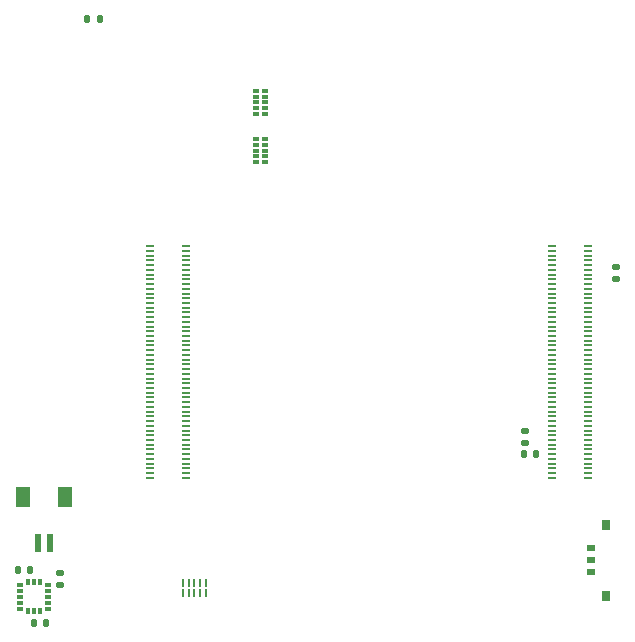
<source format=gbr>
%TF.GenerationSoftware,KiCad,Pcbnew,9.0.0*%
%TF.CreationDate,2025-06-30T18:18:02+02:00*%
%TF.ProjectId,CM5_MINIMA_3,434d355f-4d49-44e4-994d-415f332e6b69,2*%
%TF.SameCoordinates,Original*%
%TF.FileFunction,Paste,Bot*%
%TF.FilePolarity,Positive*%
%FSLAX46Y46*%
G04 Gerber Fmt 4.6, Leading zero omitted, Abs format (unit mm)*
G04 Created by KiCad (PCBNEW 9.0.0) date 2025-06-30 18:18:02*
%MOMM*%
%LPD*%
G01*
G04 APERTURE LIST*
G04 Aperture macros list*
%AMRoundRect*
0 Rectangle with rounded corners*
0 $1 Rounding radius*
0 $2 $3 $4 $5 $6 $7 $8 $9 X,Y pos of 4 corners*
0 Add a 4 corners polygon primitive as box body*
4,1,4,$2,$3,$4,$5,$6,$7,$8,$9,$2,$3,0*
0 Add four circle primitives for the rounded corners*
1,1,$1+$1,$2,$3*
1,1,$1+$1,$4,$5*
1,1,$1+$1,$6,$7*
1,1,$1+$1,$8,$9*
0 Add four rect primitives between the rounded corners*
20,1,$1+$1,$2,$3,$4,$5,0*
20,1,$1+$1,$4,$5,$6,$7,0*
20,1,$1+$1,$6,$7,$8,$9,0*
20,1,$1+$1,$8,$9,$2,$3,0*%
G04 Aperture macros list end*
%ADD10R,0.700000X0.200000*%
%ADD11RoundRect,0.135000X0.135000X0.185000X-0.135000X0.185000X-0.135000X-0.185000X0.135000X-0.185000X0*%
%ADD12RoundRect,0.075000X0.200000X-0.075000X0.200000X0.075000X-0.200000X0.075000X-0.200000X-0.075000X0*%
%ADD13RoundRect,0.135000X0.185000X-0.135000X0.185000X0.135000X-0.185000X0.135000X-0.185000X-0.135000X0*%
%ADD14RoundRect,0.087500X0.187500X0.087500X-0.187500X0.087500X-0.187500X-0.087500X0.187500X-0.087500X0*%
%ADD15RoundRect,0.087500X0.087500X0.187500X-0.087500X0.187500X-0.087500X-0.187500X0.087500X-0.187500X0*%
%ADD16RoundRect,0.135000X-0.135000X-0.185000X0.135000X-0.185000X0.135000X0.185000X-0.135000X0.185000X0*%
%ADD17R,0.600000X1.550000*%
%ADD18R,1.200000X1.800000*%
%ADD19R,0.250000X0.680000*%
%ADD20R,0.700000X0.600000*%
%ADD21R,0.700000X0.900000*%
%ADD22RoundRect,0.140000X0.170000X-0.140000X0.170000X0.140000X-0.170000X0.140000X-0.170000X-0.140000X0*%
G04 APERTURE END LIST*
D10*
%TO.C,Module301*%
X51140000Y35050000D03*
X48060000Y35050000D03*
X51140000Y34650000D03*
X48060000Y34650000D03*
X51140000Y34250000D03*
X48060000Y34250000D03*
X51140000Y33850000D03*
X48060000Y33850000D03*
X51140000Y33450000D03*
X48060000Y33450000D03*
X51140000Y33050000D03*
X48060000Y33050000D03*
X51140000Y32650000D03*
X48060000Y32650000D03*
X51140000Y32250000D03*
X48060000Y32250000D03*
X51140000Y31850000D03*
X48060000Y31850000D03*
X51140000Y31450000D03*
X48060000Y31450000D03*
X51140000Y31050000D03*
X48060000Y31050000D03*
X51140000Y30650000D03*
X48060000Y30650000D03*
X51140000Y30250000D03*
X48060000Y30250000D03*
X51140000Y29850000D03*
X48060000Y29850000D03*
X51140000Y29450000D03*
X48060000Y29450000D03*
X51140000Y29050000D03*
X48060000Y29050000D03*
X51140000Y28650000D03*
X48060000Y28650000D03*
X51140000Y28250000D03*
X48060000Y28250000D03*
X51140000Y27850000D03*
X48060000Y27850000D03*
X51140000Y27450000D03*
X48060000Y27450000D03*
X51140000Y27050000D03*
X48060000Y27050000D03*
X51140000Y26650000D03*
X48060000Y26650000D03*
X51140000Y26250000D03*
X48060000Y26250000D03*
X51140000Y25850000D03*
X48060000Y25850000D03*
X51140000Y25450000D03*
X48060000Y25450000D03*
X51140000Y25050000D03*
X48060000Y25050000D03*
X51140000Y24650000D03*
X48060000Y24650000D03*
X51140000Y24250000D03*
X48060000Y24250000D03*
X51140000Y23850000D03*
X48060000Y23850000D03*
X51140000Y23450000D03*
X48060000Y23450000D03*
X51140000Y23050000D03*
X48060000Y23050000D03*
X51140000Y22650000D03*
X48060000Y22650000D03*
X51140000Y22250000D03*
X48060000Y22250000D03*
X51140000Y21850000D03*
X48060000Y21850000D03*
X51140000Y21450000D03*
X48060000Y21450000D03*
X51140000Y21050000D03*
X48060000Y21050000D03*
X51140000Y20650000D03*
X48060000Y20650000D03*
X51140000Y20250000D03*
X48060000Y20250000D03*
X51140000Y19850000D03*
X48060000Y19850000D03*
X51140000Y19450000D03*
X48060000Y19450000D03*
X51140000Y19050000D03*
X48060000Y19050000D03*
X51140000Y18650000D03*
X48060000Y18650000D03*
X51140000Y18250000D03*
X48060000Y18250000D03*
X51140000Y17850000D03*
X48060000Y17850000D03*
X51140000Y17450000D03*
X48060000Y17450000D03*
X51140000Y17050000D03*
X48060000Y17050000D03*
X51140000Y16650000D03*
X48060000Y16650000D03*
X51140000Y16250000D03*
X48060000Y16250000D03*
X51140000Y15850000D03*
X48060000Y15850000D03*
X51140000Y15450000D03*
X48060000Y15450000D03*
%TD*%
D11*
%TO.C,R103*%
X46750000Y17470000D03*
X45730000Y17470000D03*
%TD*%
%TO.C,R108*%
X5230000Y3160000D03*
X4210000Y3160000D03*
%TD*%
D12*
%TO.C,U401*%
X23015000Y42152020D03*
X23015000Y42652020D03*
X23015000Y43152020D03*
X23015000Y43652020D03*
X23015000Y44152020D03*
X23785000Y44152020D03*
X23785000Y43652020D03*
X23785000Y43152020D03*
X23785000Y42652020D03*
X23785000Y42152020D03*
%TD*%
D13*
%TO.C,R102*%
X45780000Y18370000D03*
X45780000Y19390000D03*
%TD*%
D14*
%TO.C,U1*%
X5460000Y6380000D03*
X5460000Y5880000D03*
X5460000Y5380000D03*
X5460000Y4880000D03*
X5460000Y4380000D03*
D15*
X4735000Y4155000D03*
X4235000Y4155000D03*
X3735000Y4155000D03*
D14*
X3010000Y4380000D03*
X3010000Y4880000D03*
X3010000Y5380000D03*
X3010000Y5880000D03*
X3010000Y6380000D03*
D15*
X3735000Y6605000D03*
X4235000Y6605000D03*
X4735000Y6605000D03*
%TD*%
D16*
%TO.C,R403*%
X8765000Y54300000D03*
X9785000Y54300000D03*
%TD*%
D17*
%TO.C,CN1*%
X4600000Y9920000D03*
X5600000Y9920000D03*
D18*
X6900000Y13800000D03*
X3300000Y13800000D03*
%TD*%
D19*
%TO.C,D403*%
X16820000Y6540000D03*
X17320000Y6540000D03*
X17820000Y6540000D03*
X18320000Y6540000D03*
X18820000Y6540000D03*
X18820000Y5680000D03*
X18320000Y5680000D03*
X17820000Y5680000D03*
X17320000Y5680000D03*
X16820000Y5680000D03*
%TD*%
D20*
%TO.C,SW101*%
X51400000Y9470000D03*
X51400000Y7470000D03*
D21*
X52660000Y5470000D03*
X52660000Y11470000D03*
D20*
X51400000Y8470000D03*
%TD*%
D16*
%TO.C,R107*%
X2910000Y7610000D03*
X3930000Y7610000D03*
%TD*%
D12*
%TO.C,U402*%
X23002500Y46227020D03*
X23002500Y46727020D03*
X23002500Y47227020D03*
X23002500Y47727020D03*
X23002500Y48227020D03*
X23772500Y48227020D03*
X23772500Y47727020D03*
X23772500Y47227020D03*
X23772500Y46727020D03*
X23772500Y46227020D03*
%TD*%
D22*
%TO.C,C503*%
X6460000Y6400000D03*
X6460000Y7360000D03*
%TD*%
D13*
%TO.C,R104*%
X53540000Y32300000D03*
X53540000Y33320000D03*
%TD*%
D10*
%TO.C,Module302*%
X17140000Y35050000D03*
X14060000Y35050000D03*
X17140000Y34650000D03*
X14060000Y34650000D03*
X17140000Y34250000D03*
X14060000Y34250000D03*
X17140000Y33850000D03*
X14060000Y33850000D03*
X17140000Y33450000D03*
X14060000Y33450000D03*
X17140000Y33050000D03*
X14060000Y33050000D03*
X17140000Y32650000D03*
X14060000Y32650000D03*
X17140000Y32250000D03*
X14060000Y32250000D03*
X17140000Y31850000D03*
X14060000Y31850000D03*
X17140000Y31450000D03*
X14060000Y31450000D03*
X17140000Y31050000D03*
X14060000Y31050000D03*
X17140000Y30650000D03*
X14060000Y30650000D03*
X17140000Y30250000D03*
X14060000Y30250000D03*
X17140000Y29850000D03*
X14060000Y29850000D03*
X17140000Y29450000D03*
X14060000Y29450000D03*
X17140000Y29050000D03*
X14060000Y29050000D03*
X17140000Y28650000D03*
X14060000Y28650000D03*
X17140000Y28250000D03*
X14060000Y28250000D03*
X17140000Y27850000D03*
X14060000Y27850000D03*
X17140000Y27450000D03*
X14060000Y27450000D03*
X17140000Y27050000D03*
X14060000Y27050000D03*
X17140000Y26650000D03*
X14060000Y26650000D03*
X17140000Y26250000D03*
X14060000Y26250000D03*
X17140000Y25850000D03*
X14060000Y25850000D03*
X17140000Y25450000D03*
X14060000Y25450000D03*
X17140000Y25050000D03*
X14060000Y25050000D03*
X17140000Y24650000D03*
X14060000Y24650000D03*
X17140000Y24250000D03*
X14060000Y24250000D03*
X17140000Y23850000D03*
X14060000Y23850000D03*
X17140000Y23450000D03*
X14060000Y23450000D03*
X17140000Y23050000D03*
X14060000Y23050000D03*
X17140000Y22650000D03*
X14060000Y22650000D03*
X17140000Y22250000D03*
X14060000Y22250000D03*
X17140000Y21850000D03*
X14060000Y21850000D03*
X17140000Y21450000D03*
X14060000Y21450000D03*
X17140000Y21050000D03*
X14060000Y21050000D03*
X17140000Y20650000D03*
X14060000Y20650000D03*
X17140000Y20250000D03*
X14060000Y20250000D03*
X17140000Y19850000D03*
X14060000Y19850000D03*
X17140000Y19450000D03*
X14060000Y19450000D03*
X17140000Y19050000D03*
X14060000Y19050000D03*
X17140000Y18650000D03*
X14060000Y18650000D03*
X17140000Y18250000D03*
X14060000Y18250000D03*
X17140000Y17850000D03*
X14060000Y17850000D03*
X17140000Y17450000D03*
X14060000Y17450000D03*
X17140000Y17050000D03*
X14060000Y17050000D03*
X17140000Y16650000D03*
X14060000Y16650000D03*
X17140000Y16250000D03*
X14060000Y16250000D03*
X17140000Y15850000D03*
X14060000Y15850000D03*
X17140000Y15450000D03*
X14060000Y15450000D03*
%TD*%
M02*

</source>
